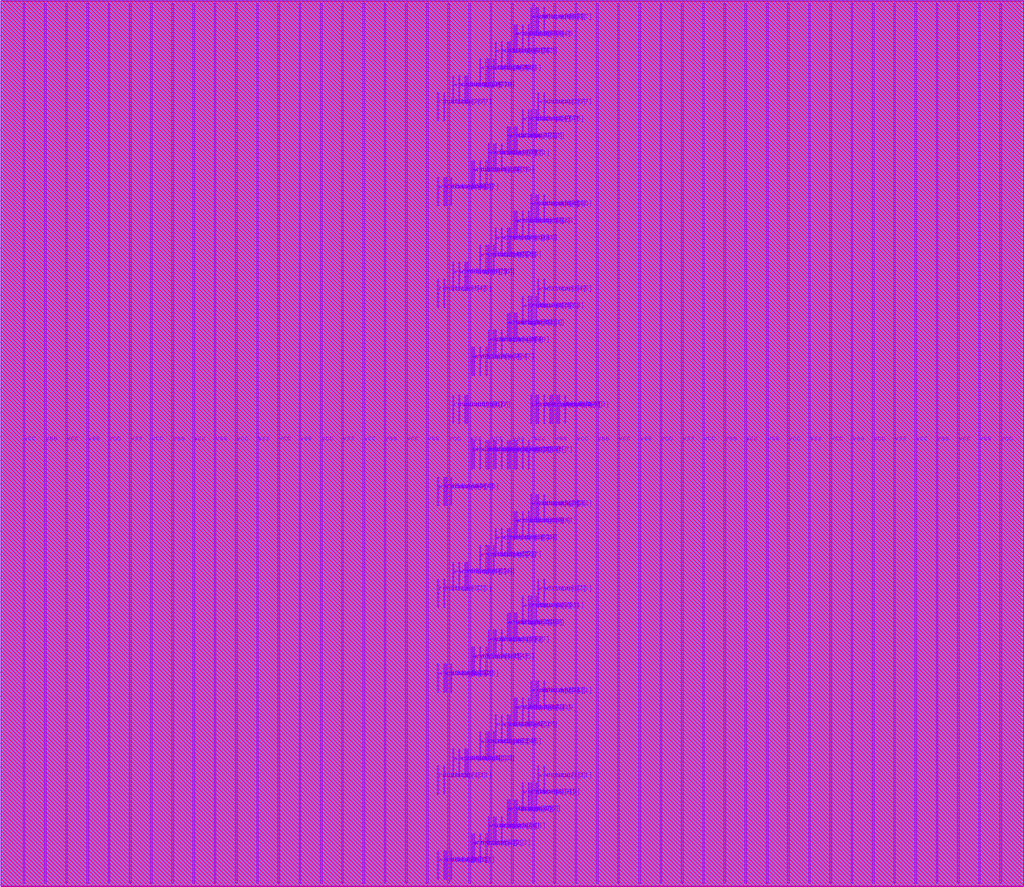
<source format=lef>
VERSION 5.8 ;
BUSBITCHARS "[]" ;
DIVIDERCHAR "/" ;

UNITS
  DATABASE MICRONS 4000 ;
END UNITS

MANUFACTURINGGRID 0.0005 ;

MACRO arf086b256e1r1w0cbbeheaa4acw
  CLASS BLOCK ;
  ORIGIN 0 0 ;
  FOREIGN arf086b256e1r1w0cbbeheaa4acw 0 0 ;
  SIZE 43.2 BY 37.44 ;
  PIN ckrdp0
    DIRECTION INPUT ;
    USE SIGNAL ;
    PORT
      LAYER m7 ;
        RECT 22.372 19.56 22.416 20.76 ;
    END
  END ckrdp0
  PIN ckwrp0
    DIRECTION INPUT ;
    USE SIGNAL ;
    PORT
      LAYER m7 ;
        RECT 19.884 17.64 19.928 18.84 ;
    END
  END ckwrp0
  PIN rdaddrp0[0]
    DIRECTION INPUT ;
    USE SIGNAL ;
    PORT
      LAYER m7 ;
        RECT 23.272 19.56 23.316 20.76 ;
    END
  END rdaddrp0[0]
  PIN rdaddrp0[1]
    DIRECTION INPUT ;
    USE SIGNAL ;
    PORT
      LAYER m7 ;
        RECT 23.484 19.56 23.528 20.76 ;
    END
  END rdaddrp0[1]
  PIN rdaddrp0[2]
    DIRECTION INPUT ;
    USE SIGNAL ;
    PORT
      LAYER m7 ;
        RECT 23.572 19.56 23.616 20.76 ;
    END
  END rdaddrp0[2]
  PIN rdaddrp0[3]
    DIRECTION INPUT ;
    USE SIGNAL ;
    PORT
      LAYER m7 ;
        RECT 23.828 19.56 23.872 20.76 ;
    END
  END rdaddrp0[3]
  PIN rdaddrp0[4]
    DIRECTION INPUT ;
    USE SIGNAL ;
    PORT
      LAYER m7 ;
        RECT 19.072 19.56 19.116 20.76 ;
    END
  END rdaddrp0[4]
  PIN rdaddrp0[5]
    DIRECTION INPUT ;
    USE SIGNAL ;
    PORT
      LAYER m7 ;
        RECT 19.328 19.56 19.372 20.76 ;
    END
  END rdaddrp0[5]
  PIN rdaddrp0[6]
    DIRECTION INPUT ;
    USE SIGNAL ;
    PORT
      LAYER m7 ;
        RECT 19.584 19.56 19.628 20.76 ;
    END
  END rdaddrp0[6]
  PIN rdaddrp0[7]
    DIRECTION INPUT ;
    USE SIGNAL ;
    PORT
      LAYER m7 ;
        RECT 19.672 19.56 19.716 20.76 ;
    END
  END rdaddrp0[7]
  PIN rdaddrp0_fd
    DIRECTION INPUT ;
    USE SIGNAL ;
    PORT
      LAYER m7 ;
        RECT 22.584 19.56 22.628 20.76 ;
    END
  END rdaddrp0_fd
  PIN rdaddrp0_rd
    DIRECTION INPUT ;
    USE SIGNAL ;
    PORT
      LAYER m7 ;
        RECT 22.672 19.56 22.716 20.76 ;
    END
  END rdaddrp0_rd
  PIN rddatap0[0]
    DIRECTION OUTPUT ;
    USE SIGNAL ;
    PORT
      LAYER m7 ;
        RECT 18.772 0.24 18.816 1.44 ;
    END
  END rddatap0[0]
  PIN rddatap0[10]
    DIRECTION OUTPUT ;
    USE SIGNAL ;
    PORT
      LAYER m7 ;
        RECT 18.428 3.84 18.472 5.04 ;
    END
  END rddatap0[10]
  PIN rddatap0[11]
    DIRECTION OUTPUT ;
    USE SIGNAL ;
    PORT
      LAYER m7 ;
        RECT 18.684 3.84 18.728 5.04 ;
    END
  END rddatap0[11]
  PIN rddatap0[12]
    DIRECTION OUTPUT ;
    USE SIGNAL ;
    PORT
      LAYER m7 ;
        RECT 19.584 4.56 19.628 5.76 ;
    END
  END rddatap0[12]
  PIN rddatap0[13]
    DIRECTION OUTPUT ;
    USE SIGNAL ;
    PORT
      LAYER m7 ;
        RECT 19.672 4.56 19.716 5.76 ;
    END
  END rddatap0[13]
  PIN rddatap0[14]
    DIRECTION OUTPUT ;
    USE SIGNAL ;
    PORT
      LAYER m7 ;
        RECT 20.572 5.28 20.616 6.48 ;
    END
  END rddatap0[14]
  PIN rddatap0[15]
    DIRECTION OUTPUT ;
    USE SIGNAL ;
    PORT
      LAYER m7 ;
        RECT 20.784 5.28 20.828 6.48 ;
    END
  END rddatap0[15]
  PIN rddatap0[16]
    DIRECTION OUTPUT ;
    USE SIGNAL ;
    PORT
      LAYER m7 ;
        RECT 21.384 6 21.428 7.2 ;
    END
  END rddatap0[16]
  PIN rddatap0[17]
    DIRECTION OUTPUT ;
    USE SIGNAL ;
    PORT
      LAYER m7 ;
        RECT 21.472 6 21.516 7.2 ;
    END
  END rddatap0[17]
  PIN rddatap0[18]
    DIRECTION OUTPUT ;
    USE SIGNAL ;
    PORT
      LAYER m7 ;
        RECT 22.028 6.72 22.072 7.92 ;
    END
  END rddatap0[18]
  PIN rddatap0[19]
    DIRECTION OUTPUT ;
    USE SIGNAL ;
    PORT
      LAYER m7 ;
        RECT 22.284 6.72 22.328 7.92 ;
    END
  END rddatap0[19]
  PIN rddatap0[1]
    DIRECTION OUTPUT ;
    USE SIGNAL ;
    PORT
      LAYER m7 ;
        RECT 18.984 0.24 19.028 1.44 ;
    END
  END rddatap0[1]
  PIN rddatap0[20]
    DIRECTION OUTPUT ;
    USE SIGNAL ;
    PORT
      LAYER m7 ;
        RECT 22.672 7.44 22.716 8.64 ;
    END
  END rddatap0[20]
  PIN rddatap0[21]
    DIRECTION OUTPUT ;
    USE SIGNAL ;
    PORT
      LAYER m7 ;
        RECT 22.928 7.44 22.972 8.64 ;
    END
  END rddatap0[21]
  PIN rddatap0[22]
    DIRECTION OUTPUT ;
    USE SIGNAL ;
    PORT
      LAYER m7 ;
        RECT 18.772 8.16 18.816 9.36 ;
    END
  END rddatap0[22]
  PIN rddatap0[23]
    DIRECTION OUTPUT ;
    USE SIGNAL ;
    PORT
      LAYER m7 ;
        RECT 18.984 8.16 19.028 9.36 ;
    END
  END rddatap0[23]
  PIN rddatap0[24]
    DIRECTION OUTPUT ;
    USE SIGNAL ;
    PORT
      LAYER m7 ;
        RECT 20.228 8.88 20.272 10.08 ;
    END
  END rddatap0[24]
  PIN rddatap0[25]
    DIRECTION OUTPUT ;
    USE SIGNAL ;
    PORT
      LAYER m7 ;
        RECT 20.484 8.88 20.528 10.08 ;
    END
  END rddatap0[25]
  PIN rddatap0[26]
    DIRECTION OUTPUT ;
    USE SIGNAL ;
    PORT
      LAYER m7 ;
        RECT 20.872 9.6 20.916 10.8 ;
    END
  END rddatap0[26]
  PIN rddatap0[27]
    DIRECTION OUTPUT ;
    USE SIGNAL ;
    PORT
      LAYER m7 ;
        RECT 21.128 9.6 21.172 10.8 ;
    END
  END rddatap0[27]
  PIN rddatap0[28]
    DIRECTION OUTPUT ;
    USE SIGNAL ;
    PORT
      LAYER m7 ;
        RECT 21.684 10.32 21.728 11.52 ;
    END
  END rddatap0[28]
  PIN rddatap0[29]
    DIRECTION OUTPUT ;
    USE SIGNAL ;
    PORT
      LAYER m7 ;
        RECT 21.772 10.32 21.816 11.52 ;
    END
  END rddatap0[29]
  PIN rddatap0[2]
    DIRECTION OUTPUT ;
    USE SIGNAL ;
    PORT
      LAYER m7 ;
        RECT 20.228 0.96 20.272 2.16 ;
    END
  END rddatap0[2]
  PIN rddatap0[30]
    DIRECTION OUTPUT ;
    USE SIGNAL ;
    PORT
      LAYER m7 ;
        RECT 22.372 11.04 22.416 12.24 ;
    END
  END rddatap0[30]
  PIN rddatap0[31]
    DIRECTION OUTPUT ;
    USE SIGNAL ;
    PORT
      LAYER m7 ;
        RECT 22.584 11.04 22.628 12.24 ;
    END
  END rddatap0[31]
  PIN rddatap0[32]
    DIRECTION OUTPUT ;
    USE SIGNAL ;
    PORT
      LAYER m7 ;
        RECT 18.428 11.76 18.472 12.96 ;
    END
  END rddatap0[32]
  PIN rddatap0[33]
    DIRECTION OUTPUT ;
    USE SIGNAL ;
    PORT
      LAYER m7 ;
        RECT 18.684 11.76 18.728 12.96 ;
    END
  END rddatap0[33]
  PIN rddatap0[34]
    DIRECTION OUTPUT ;
    USE SIGNAL ;
    PORT
      LAYER m7 ;
        RECT 19.584 12.48 19.628 13.68 ;
    END
  END rddatap0[34]
  PIN rddatap0[35]
    DIRECTION OUTPUT ;
    USE SIGNAL ;
    PORT
      LAYER m7 ;
        RECT 19.672 12.48 19.716 13.68 ;
    END
  END rddatap0[35]
  PIN rddatap0[36]
    DIRECTION OUTPUT ;
    USE SIGNAL ;
    PORT
      LAYER m7 ;
        RECT 20.572 13.2 20.616 14.4 ;
    END
  END rddatap0[36]
  PIN rddatap0[37]
    DIRECTION OUTPUT ;
    USE SIGNAL ;
    PORT
      LAYER m7 ;
        RECT 20.784 13.2 20.828 14.4 ;
    END
  END rddatap0[37]
  PIN rddatap0[38]
    DIRECTION OUTPUT ;
    USE SIGNAL ;
    PORT
      LAYER m7 ;
        RECT 21.384 13.92 21.428 15.12 ;
    END
  END rddatap0[38]
  PIN rddatap0[39]
    DIRECTION OUTPUT ;
    USE SIGNAL ;
    PORT
      LAYER m7 ;
        RECT 21.472 13.92 21.516 15.12 ;
    END
  END rddatap0[39]
  PIN rddatap0[3]
    DIRECTION OUTPUT ;
    USE SIGNAL ;
    PORT
      LAYER m7 ;
        RECT 20.484 0.96 20.528 2.16 ;
    END
  END rddatap0[3]
  PIN rddatap0[40]
    DIRECTION OUTPUT ;
    USE SIGNAL ;
    PORT
      LAYER m7 ;
        RECT 22.028 14.64 22.072 15.84 ;
    END
  END rddatap0[40]
  PIN rddatap0[41]
    DIRECTION OUTPUT ;
    USE SIGNAL ;
    PORT
      LAYER m7 ;
        RECT 22.284 14.64 22.328 15.84 ;
    END
  END rddatap0[41]
  PIN rddatap0[42]
    DIRECTION OUTPUT ;
    USE SIGNAL ;
    PORT
      LAYER m7 ;
        RECT 22.672 15.36 22.716 16.56 ;
    END
  END rddatap0[42]
  PIN rddatap0[43]
    DIRECTION OUTPUT ;
    USE SIGNAL ;
    PORT
      LAYER m7 ;
        RECT 22.928 15.36 22.972 16.56 ;
    END
  END rddatap0[43]
  PIN rddatap0[44]
    DIRECTION OUTPUT ;
    USE SIGNAL ;
    PORT
      LAYER m7 ;
        RECT 18.772 16.08 18.816 17.28 ;
    END
  END rddatap0[44]
  PIN rddatap0[45]
    DIRECTION OUTPUT ;
    USE SIGNAL ;
    PORT
      LAYER m7 ;
        RECT 18.984 16.08 19.028 17.28 ;
    END
  END rddatap0[45]
  PIN rddatap0[46]
    DIRECTION OUTPUT ;
    USE SIGNAL ;
    PORT
      LAYER m7 ;
        RECT 20.228 21.6 20.272 22.8 ;
    END
  END rddatap0[46]
  PIN rddatap0[47]
    DIRECTION OUTPUT ;
    USE SIGNAL ;
    PORT
      LAYER m7 ;
        RECT 20.484 21.6 20.528 22.8 ;
    END
  END rddatap0[47]
  PIN rddatap0[48]
    DIRECTION OUTPUT ;
    USE SIGNAL ;
    PORT
      LAYER m7 ;
        RECT 20.872 22.32 20.916 23.52 ;
    END
  END rddatap0[48]
  PIN rddatap0[49]
    DIRECTION OUTPUT ;
    USE SIGNAL ;
    PORT
      LAYER m7 ;
        RECT 21.128 22.32 21.172 23.52 ;
    END
  END rddatap0[49]
  PIN rddatap0[4]
    DIRECTION OUTPUT ;
    USE SIGNAL ;
    PORT
      LAYER m7 ;
        RECT 20.872 1.68 20.916 2.88 ;
    END
  END rddatap0[4]
  PIN rddatap0[50]
    DIRECTION OUTPUT ;
    USE SIGNAL ;
    PORT
      LAYER m7 ;
        RECT 21.684 23.04 21.728 24.24 ;
    END
  END rddatap0[50]
  PIN rddatap0[51]
    DIRECTION OUTPUT ;
    USE SIGNAL ;
    PORT
      LAYER m7 ;
        RECT 21.772 23.04 21.816 24.24 ;
    END
  END rddatap0[51]
  PIN rddatap0[52]
    DIRECTION OUTPUT ;
    USE SIGNAL ;
    PORT
      LAYER m7 ;
        RECT 22.372 23.76 22.416 24.96 ;
    END
  END rddatap0[52]
  PIN rddatap0[53]
    DIRECTION OUTPUT ;
    USE SIGNAL ;
    PORT
      LAYER m7 ;
        RECT 22.584 23.76 22.628 24.96 ;
    END
  END rddatap0[53]
  PIN rddatap0[54]
    DIRECTION OUTPUT ;
    USE SIGNAL ;
    PORT
      LAYER m7 ;
        RECT 18.428 24.48 18.472 25.68 ;
    END
  END rddatap0[54]
  PIN rddatap0[55]
    DIRECTION OUTPUT ;
    USE SIGNAL ;
    PORT
      LAYER m7 ;
        RECT 18.684 24.48 18.728 25.68 ;
    END
  END rddatap0[55]
  PIN rddatap0[56]
    DIRECTION OUTPUT ;
    USE SIGNAL ;
    PORT
      LAYER m7 ;
        RECT 19.584 25.2 19.628 26.4 ;
    END
  END rddatap0[56]
  PIN rddatap0[57]
    DIRECTION OUTPUT ;
    USE SIGNAL ;
    PORT
      LAYER m7 ;
        RECT 19.672 25.2 19.716 26.4 ;
    END
  END rddatap0[57]
  PIN rddatap0[58]
    DIRECTION OUTPUT ;
    USE SIGNAL ;
    PORT
      LAYER m7 ;
        RECT 20.572 25.92 20.616 27.12 ;
    END
  END rddatap0[58]
  PIN rddatap0[59]
    DIRECTION OUTPUT ;
    USE SIGNAL ;
    PORT
      LAYER m7 ;
        RECT 20.784 25.92 20.828 27.12 ;
    END
  END rddatap0[59]
  PIN rddatap0[5]
    DIRECTION OUTPUT ;
    USE SIGNAL ;
    PORT
      LAYER m7 ;
        RECT 21.128 1.68 21.172 2.88 ;
    END
  END rddatap0[5]
  PIN rddatap0[60]
    DIRECTION OUTPUT ;
    USE SIGNAL ;
    PORT
      LAYER m7 ;
        RECT 21.384 26.64 21.428 27.84 ;
    END
  END rddatap0[60]
  PIN rddatap0[61]
    DIRECTION OUTPUT ;
    USE SIGNAL ;
    PORT
      LAYER m7 ;
        RECT 21.472 26.64 21.516 27.84 ;
    END
  END rddatap0[61]
  PIN rddatap0[62]
    DIRECTION OUTPUT ;
    USE SIGNAL ;
    PORT
      LAYER m7 ;
        RECT 22.028 27.36 22.072 28.56 ;
    END
  END rddatap0[62]
  PIN rddatap0[63]
    DIRECTION OUTPUT ;
    USE SIGNAL ;
    PORT
      LAYER m7 ;
        RECT 22.284 27.36 22.328 28.56 ;
    END
  END rddatap0[63]
  PIN rddatap0[64]
    DIRECTION OUTPUT ;
    USE SIGNAL ;
    PORT
      LAYER m7 ;
        RECT 22.672 28.08 22.716 29.28 ;
    END
  END rddatap0[64]
  PIN rddatap0[65]
    DIRECTION OUTPUT ;
    USE SIGNAL ;
    PORT
      LAYER m7 ;
        RECT 22.928 28.08 22.972 29.28 ;
    END
  END rddatap0[65]
  PIN rddatap0[66]
    DIRECTION OUTPUT ;
    USE SIGNAL ;
    PORT
      LAYER m7 ;
        RECT 18.772 28.8 18.816 30 ;
    END
  END rddatap0[66]
  PIN rddatap0[67]
    DIRECTION OUTPUT ;
    USE SIGNAL ;
    PORT
      LAYER m7 ;
        RECT 18.984 28.8 19.028 30 ;
    END
  END rddatap0[67]
  PIN rddatap0[68]
    DIRECTION OUTPUT ;
    USE SIGNAL ;
    PORT
      LAYER m7 ;
        RECT 20.228 29.52 20.272 30.72 ;
    END
  END rddatap0[68]
  PIN rddatap0[69]
    DIRECTION OUTPUT ;
    USE SIGNAL ;
    PORT
      LAYER m7 ;
        RECT 20.484 29.52 20.528 30.72 ;
    END
  END rddatap0[69]
  PIN rddatap0[6]
    DIRECTION OUTPUT ;
    USE SIGNAL ;
    PORT
      LAYER m7 ;
        RECT 21.684 2.4 21.728 3.6 ;
    END
  END rddatap0[6]
  PIN rddatap0[70]
    DIRECTION OUTPUT ;
    USE SIGNAL ;
    PORT
      LAYER m7 ;
        RECT 20.872 30.24 20.916 31.44 ;
    END
  END rddatap0[70]
  PIN rddatap0[71]
    DIRECTION OUTPUT ;
    USE SIGNAL ;
    PORT
      LAYER m7 ;
        RECT 21.128 30.24 21.172 31.44 ;
    END
  END rddatap0[71]
  PIN rddatap0[72]
    DIRECTION OUTPUT ;
    USE SIGNAL ;
    PORT
      LAYER m7 ;
        RECT 21.684 30.96 21.728 32.16 ;
    END
  END rddatap0[72]
  PIN rddatap0[73]
    DIRECTION OUTPUT ;
    USE SIGNAL ;
    PORT
      LAYER m7 ;
        RECT 21.772 30.96 21.816 32.16 ;
    END
  END rddatap0[73]
  PIN rddatap0[74]
    DIRECTION OUTPUT ;
    USE SIGNAL ;
    PORT
      LAYER m7 ;
        RECT 22.372 31.68 22.416 32.88 ;
    END
  END rddatap0[74]
  PIN rddatap0[75]
    DIRECTION OUTPUT ;
    USE SIGNAL ;
    PORT
      LAYER m7 ;
        RECT 22.584 31.68 22.628 32.88 ;
    END
  END rddatap0[75]
  PIN rddatap0[76]
    DIRECTION OUTPUT ;
    USE SIGNAL ;
    PORT
      LAYER m7 ;
        RECT 18.428 32.4 18.472 33.6 ;
    END
  END rddatap0[76]
  PIN rddatap0[77]
    DIRECTION OUTPUT ;
    USE SIGNAL ;
    PORT
      LAYER m7 ;
        RECT 18.684 32.4 18.728 33.6 ;
    END
  END rddatap0[77]
  PIN rddatap0[78]
    DIRECTION OUTPUT ;
    USE SIGNAL ;
    PORT
      LAYER m7 ;
        RECT 19.584 33.12 19.628 34.32 ;
    END
  END rddatap0[78]
  PIN rddatap0[79]
    DIRECTION OUTPUT ;
    USE SIGNAL ;
    PORT
      LAYER m7 ;
        RECT 19.672 33.12 19.716 34.32 ;
    END
  END rddatap0[79]
  PIN rddatap0[7]
    DIRECTION OUTPUT ;
    USE SIGNAL ;
    PORT
      LAYER m7 ;
        RECT 21.772 2.4 21.816 3.6 ;
    END
  END rddatap0[7]
  PIN rddatap0[80]
    DIRECTION OUTPUT ;
    USE SIGNAL ;
    PORT
      LAYER m7 ;
        RECT 20.572 33.84 20.616 35.04 ;
    END
  END rddatap0[80]
  PIN rddatap0[81]
    DIRECTION OUTPUT ;
    USE SIGNAL ;
    PORT
      LAYER m7 ;
        RECT 20.784 33.84 20.828 35.04 ;
    END
  END rddatap0[81]
  PIN rddatap0[82]
    DIRECTION OUTPUT ;
    USE SIGNAL ;
    PORT
      LAYER m7 ;
        RECT 21.384 34.56 21.428 35.76 ;
    END
  END rddatap0[82]
  PIN rddatap0[83]
    DIRECTION OUTPUT ;
    USE SIGNAL ;
    PORT
      LAYER m7 ;
        RECT 21.472 34.56 21.516 35.76 ;
    END
  END rddatap0[83]
  PIN rddatap0[84]
    DIRECTION OUTPUT ;
    USE SIGNAL ;
    PORT
      LAYER m7 ;
        RECT 22.028 35.28 22.072 36.48 ;
    END
  END rddatap0[84]
  PIN rddatap0[85]
    DIRECTION OUTPUT ;
    USE SIGNAL ;
    PORT
      LAYER m7 ;
        RECT 22.284 35.28 22.328 36.48 ;
    END
  END rddatap0[85]
  PIN rddatap0[86]
    DIRECTION OUTPUT ;
    USE SIGNAL ;
    PORT
      LAYER m7 ;
        RECT 22.672 36 22.716 37.2 ;
    END
  END rddatap0[86]
  PIN rddatap0[87]
    DIRECTION OUTPUT ;
    USE SIGNAL ;
    PORT
      LAYER m7 ;
        RECT 22.928 36 22.972 37.2 ;
    END
  END rddatap0[87]
  PIN rddatap0[8]
    DIRECTION OUTPUT ;
    USE SIGNAL ;
    PORT
      LAYER m7 ;
        RECT 22.372 3.12 22.416 4.32 ;
    END
  END rddatap0[8]
  PIN rddatap0[9]
    DIRECTION OUTPUT ;
    USE SIGNAL ;
    PORT
      LAYER m7 ;
        RECT 22.584 3.12 22.628 4.32 ;
    END
  END rddatap0[9]
  PIN rdenp0
    DIRECTION INPUT ;
    USE SIGNAL ;
    PORT
      LAYER m7 ;
        RECT 22.928 19.56 22.972 20.76 ;
    END
  END rdenp0
  PIN sdl_initp0
    DIRECTION INPUT ;
    USE SIGNAL ;
    PORT
      LAYER m7 ;
        RECT 23.184 19.56 23.228 20.76 ;
    END
  END sdl_initp0
  PIN vcc
    DIRECTION INPUT ;
    USE POWER ;
    PORT
      LAYER m7 ;
        RECT 42.262 0.06 42.338 37.38 ;
    END
    PORT
      LAYER m7 ;
        RECT 40.462 0.06 40.538 37.38 ;
    END
    PORT
      LAYER m7 ;
        RECT 38.662 0.06 38.738 37.38 ;
    END
    PORT
      LAYER m7 ;
        RECT 36.862 0.06 36.938 37.38 ;
    END
    PORT
      LAYER m7 ;
        RECT 35.062 0.06 35.138 37.38 ;
    END
    PORT
      LAYER m7 ;
        RECT 33.262 0.06 33.338 37.38 ;
    END
    PORT
      LAYER m7 ;
        RECT 31.462 0.06 31.538 37.38 ;
    END
    PORT
      LAYER m7 ;
        RECT 29.662 0.06 29.738 37.38 ;
    END
    PORT
      LAYER m7 ;
        RECT 27.862 0.06 27.938 37.38 ;
    END
    PORT
      LAYER m7 ;
        RECT 26.062 0.06 26.138 37.38 ;
    END
    PORT
      LAYER m7 ;
        RECT 24.262 0.06 24.338 37.38 ;
    END
    PORT
      LAYER m7 ;
        RECT 22.462 0.06 22.538 37.38 ;
    END
    PORT
      LAYER m7 ;
        RECT 20.662 0.06 20.738 37.38 ;
    END
    PORT
      LAYER m7 ;
        RECT 18.862 0.06 18.938 37.38 ;
    END
    PORT
      LAYER m7 ;
        RECT 17.062 0.06 17.138 37.38 ;
    END
    PORT
      LAYER m7 ;
        RECT 15.262 0.06 15.338 37.38 ;
    END
    PORT
      LAYER m7 ;
        RECT 13.462 0.06 13.538 37.38 ;
    END
    PORT
      LAYER m7 ;
        RECT 11.662 0.06 11.738 37.38 ;
    END
    PORT
      LAYER m7 ;
        RECT 9.862 0.06 9.938 37.38 ;
    END
    PORT
      LAYER m7 ;
        RECT 8.062 0.06 8.138 37.38 ;
    END
    PORT
      LAYER m7 ;
        RECT 6.262 0.06 6.338 37.38 ;
    END
    PORT
      LAYER m7 ;
        RECT 4.462 0.06 4.538 37.38 ;
    END
    PORT
      LAYER m7 ;
        RECT 2.662 0.06 2.738 37.38 ;
    END
    PORT
      LAYER m7 ;
        RECT 0.862 0.06 0.938 37.38 ;
    END
  END vcc
  PIN vss
    DIRECTION INOUT ;
    USE GROUND ;
    PORT
      LAYER m7 ;
        RECT 41.362 0.06 41.438 37.38 ;
    END
    PORT
      LAYER m7 ;
        RECT 39.562 0.06 39.638 37.38 ;
    END
    PORT
      LAYER m7 ;
        RECT 37.762 0.06 37.838 37.38 ;
    END
    PORT
      LAYER m7 ;
        RECT 35.962 0.06 36.038 37.38 ;
    END
    PORT
      LAYER m7 ;
        RECT 34.162 0.06 34.238 37.38 ;
    END
    PORT
      LAYER m7 ;
        RECT 32.362 0.06 32.438 37.38 ;
    END
    PORT
      LAYER m7 ;
        RECT 30.562 0.06 30.638 37.38 ;
    END
    PORT
      LAYER m7 ;
        RECT 28.762 0.06 28.838 37.38 ;
    END
    PORT
      LAYER m7 ;
        RECT 26.962 0.06 27.038 37.38 ;
    END
    PORT
      LAYER m7 ;
        RECT 25.162 0.06 25.238 37.38 ;
    END
    PORT
      LAYER m7 ;
        RECT 23.362 0.06 23.438 37.38 ;
    END
    PORT
      LAYER m7 ;
        RECT 21.562 0.06 21.638 37.38 ;
    END
    PORT
      LAYER m7 ;
        RECT 19.762 0.06 19.838 37.38 ;
    END
    PORT
      LAYER m7 ;
        RECT 17.962 0.06 18.038 37.38 ;
    END
    PORT
      LAYER m7 ;
        RECT 16.162 0.06 16.238 37.38 ;
    END
    PORT
      LAYER m7 ;
        RECT 14.362 0.06 14.438 37.38 ;
    END
    PORT
      LAYER m7 ;
        RECT 12.562 0.06 12.638 37.38 ;
    END
    PORT
      LAYER m7 ;
        RECT 10.762 0.06 10.838 37.38 ;
    END
    PORT
      LAYER m7 ;
        RECT 8.962 0.06 9.038 37.38 ;
    END
    PORT
      LAYER m7 ;
        RECT 7.162 0.06 7.238 37.38 ;
    END
    PORT
      LAYER m7 ;
        RECT 5.362 0.06 5.438 37.38 ;
    END
    PORT
      LAYER m7 ;
        RECT 3.562 0.06 3.638 37.38 ;
    END
    PORT
      LAYER m7 ;
        RECT 1.762 0.06 1.838 37.38 ;
    END
  END vss
  PIN wraddrp0[0]
    DIRECTION INPUT ;
    USE SIGNAL ;
    PORT
      LAYER m7 ;
        RECT 20.872 17.64 20.916 18.84 ;
    END
  END wraddrp0[0]
  PIN wraddrp0[1]
    DIRECTION INPUT ;
    USE SIGNAL ;
    PORT
      LAYER m7 ;
        RECT 21.128 17.64 21.172 18.84 ;
    END
  END wraddrp0[1]
  PIN wraddrp0[2]
    DIRECTION INPUT ;
    USE SIGNAL ;
    PORT
      LAYER m7 ;
        RECT 21.384 17.64 21.428 18.84 ;
    END
  END wraddrp0[2]
  PIN wraddrp0[3]
    DIRECTION INPUT ;
    USE SIGNAL ;
    PORT
      LAYER m7 ;
        RECT 21.472 17.64 21.516 18.84 ;
    END
  END wraddrp0[3]
  PIN wraddrp0[4]
    DIRECTION INPUT ;
    USE SIGNAL ;
    PORT
      LAYER m7 ;
        RECT 21.684 17.64 21.728 18.84 ;
    END
  END wraddrp0[4]
  PIN wraddrp0[5]
    DIRECTION INPUT ;
    USE SIGNAL ;
    PORT
      LAYER m7 ;
        RECT 21.772 17.64 21.816 18.84 ;
    END
  END wraddrp0[5]
  PIN wraddrp0[6]
    DIRECTION INPUT ;
    USE SIGNAL ;
    PORT
      LAYER m7 ;
        RECT 22.028 17.64 22.072 18.84 ;
    END
  END wraddrp0[6]
  PIN wraddrp0[7]
    DIRECTION INPUT ;
    USE SIGNAL ;
    PORT
      LAYER m7 ;
        RECT 22.284 17.64 22.328 18.84 ;
    END
  END wraddrp0[7]
  PIN wraddrp0_fd
    DIRECTION INPUT ;
    USE SIGNAL ;
    PORT
      LAYER m7 ;
        RECT 19.972 17.64 20.016 18.84 ;
    END
  END wraddrp0_fd
  PIN wraddrp0_rd
    DIRECTION INPUT ;
    USE SIGNAL ;
    PORT
      LAYER m7 ;
        RECT 20.228 17.64 20.272 18.84 ;
    END
  END wraddrp0_rd
  PIN wrdatap0[0]
    DIRECTION INPUT ;
    USE SIGNAL ;
    PORT
      LAYER m7 ;
        RECT 18.428 0.24 18.472 1.44 ;
    END
  END wrdatap0[0]
  PIN wrdatap0[10]
    DIRECTION INPUT ;
    USE SIGNAL ;
    PORT
      LAYER m7 ;
        RECT 22.672 3.84 22.716 5.04 ;
    END
  END wrdatap0[10]
  PIN wrdatap0[11]
    DIRECTION INPUT ;
    USE SIGNAL ;
    PORT
      LAYER m7 ;
        RECT 22.928 3.84 22.972 5.04 ;
    END
  END wrdatap0[11]
  PIN wrdatap0[12]
    DIRECTION INPUT ;
    USE SIGNAL ;
    PORT
      LAYER m7 ;
        RECT 19.072 4.56 19.116 5.76 ;
    END
  END wrdatap0[12]
  PIN wrdatap0[13]
    DIRECTION INPUT ;
    USE SIGNAL ;
    PORT
      LAYER m7 ;
        RECT 19.328 4.56 19.372 5.76 ;
    END
  END wrdatap0[13]
  PIN wrdatap0[14]
    DIRECTION INPUT ;
    USE SIGNAL ;
    PORT
      LAYER m7 ;
        RECT 20.228 5.28 20.272 6.48 ;
    END
  END wrdatap0[14]
  PIN wrdatap0[15]
    DIRECTION INPUT ;
    USE SIGNAL ;
    PORT
      LAYER m7 ;
        RECT 20.484 5.28 20.528 6.48 ;
    END
  END wrdatap0[15]
  PIN wrdatap0[16]
    DIRECTION INPUT ;
    USE SIGNAL ;
    PORT
      LAYER m7 ;
        RECT 20.872 6 20.916 7.2 ;
    END
  END wrdatap0[16]
  PIN wrdatap0[17]
    DIRECTION INPUT ;
    USE SIGNAL ;
    PORT
      LAYER m7 ;
        RECT 21.128 6 21.172 7.2 ;
    END
  END wrdatap0[17]
  PIN wrdatap0[18]
    DIRECTION INPUT ;
    USE SIGNAL ;
    PORT
      LAYER m7 ;
        RECT 21.684 6.72 21.728 7.92 ;
    END
  END wrdatap0[18]
  PIN wrdatap0[19]
    DIRECTION INPUT ;
    USE SIGNAL ;
    PORT
      LAYER m7 ;
        RECT 21.772 6.72 21.816 7.92 ;
    END
  END wrdatap0[19]
  PIN wrdatap0[1]
    DIRECTION INPUT ;
    USE SIGNAL ;
    PORT
      LAYER m7 ;
        RECT 18.684 0.24 18.728 1.44 ;
    END
  END wrdatap0[1]
  PIN wrdatap0[20]
    DIRECTION INPUT ;
    USE SIGNAL ;
    PORT
      LAYER m7 ;
        RECT 22.372 7.44 22.416 8.64 ;
    END
  END wrdatap0[20]
  PIN wrdatap0[21]
    DIRECTION INPUT ;
    USE SIGNAL ;
    PORT
      LAYER m7 ;
        RECT 22.584 7.44 22.628 8.64 ;
    END
  END wrdatap0[21]
  PIN wrdatap0[22]
    DIRECTION INPUT ;
    USE SIGNAL ;
    PORT
      LAYER m7 ;
        RECT 18.428 8.16 18.472 9.36 ;
    END
  END wrdatap0[22]
  PIN wrdatap0[23]
    DIRECTION INPUT ;
    USE SIGNAL ;
    PORT
      LAYER m7 ;
        RECT 18.684 8.16 18.728 9.36 ;
    END
  END wrdatap0[23]
  PIN wrdatap0[24]
    DIRECTION INPUT ;
    USE SIGNAL ;
    PORT
      LAYER m7 ;
        RECT 19.884 8.88 19.928 10.08 ;
    END
  END wrdatap0[24]
  PIN wrdatap0[25]
    DIRECTION INPUT ;
    USE SIGNAL ;
    PORT
      LAYER m7 ;
        RECT 19.972 8.88 20.016 10.08 ;
    END
  END wrdatap0[25]
  PIN wrdatap0[26]
    DIRECTION INPUT ;
    USE SIGNAL ;
    PORT
      LAYER m7 ;
        RECT 20.572 9.6 20.616 10.8 ;
    END
  END wrdatap0[26]
  PIN wrdatap0[27]
    DIRECTION INPUT ;
    USE SIGNAL ;
    PORT
      LAYER m7 ;
        RECT 20.784 9.6 20.828 10.8 ;
    END
  END wrdatap0[27]
  PIN wrdatap0[28]
    DIRECTION INPUT ;
    USE SIGNAL ;
    PORT
      LAYER m7 ;
        RECT 21.384 10.32 21.428 11.52 ;
    END
  END wrdatap0[28]
  PIN wrdatap0[29]
    DIRECTION INPUT ;
    USE SIGNAL ;
    PORT
      LAYER m7 ;
        RECT 21.472 10.32 21.516 11.52 ;
    END
  END wrdatap0[29]
  PIN wrdatap0[2]
    DIRECTION INPUT ;
    USE SIGNAL ;
    PORT
      LAYER m7 ;
        RECT 19.884 0.96 19.928 2.16 ;
    END
  END wrdatap0[2]
  PIN wrdatap0[30]
    DIRECTION INPUT ;
    USE SIGNAL ;
    PORT
      LAYER m7 ;
        RECT 22.028 11.04 22.072 12.24 ;
    END
  END wrdatap0[30]
  PIN wrdatap0[31]
    DIRECTION INPUT ;
    USE SIGNAL ;
    PORT
      LAYER m7 ;
        RECT 22.284 11.04 22.328 12.24 ;
    END
  END wrdatap0[31]
  PIN wrdatap0[32]
    DIRECTION INPUT ;
    USE SIGNAL ;
    PORT
      LAYER m7 ;
        RECT 22.672 11.76 22.716 12.96 ;
    END
  END wrdatap0[32]
  PIN wrdatap0[33]
    DIRECTION INPUT ;
    USE SIGNAL ;
    PORT
      LAYER m7 ;
        RECT 22.928 11.76 22.972 12.96 ;
    END
  END wrdatap0[33]
  PIN wrdatap0[34]
    DIRECTION INPUT ;
    USE SIGNAL ;
    PORT
      LAYER m7 ;
        RECT 19.072 12.48 19.116 13.68 ;
    END
  END wrdatap0[34]
  PIN wrdatap0[35]
    DIRECTION INPUT ;
    USE SIGNAL ;
    PORT
      LAYER m7 ;
        RECT 19.328 12.48 19.372 13.68 ;
    END
  END wrdatap0[35]
  PIN wrdatap0[36]
    DIRECTION INPUT ;
    USE SIGNAL ;
    PORT
      LAYER m7 ;
        RECT 20.228 13.2 20.272 14.4 ;
    END
  END wrdatap0[36]
  PIN wrdatap0[37]
    DIRECTION INPUT ;
    USE SIGNAL ;
    PORT
      LAYER m7 ;
        RECT 20.484 13.2 20.528 14.4 ;
    END
  END wrdatap0[37]
  PIN wrdatap0[38]
    DIRECTION INPUT ;
    USE SIGNAL ;
    PORT
      LAYER m7 ;
        RECT 20.872 13.92 20.916 15.12 ;
    END
  END wrdatap0[38]
  PIN wrdatap0[39]
    DIRECTION INPUT ;
    USE SIGNAL ;
    PORT
      LAYER m7 ;
        RECT 21.128 13.92 21.172 15.12 ;
    END
  END wrdatap0[39]
  PIN wrdatap0[3]
    DIRECTION INPUT ;
    USE SIGNAL ;
    PORT
      LAYER m7 ;
        RECT 19.972 0.96 20.016 2.16 ;
    END
  END wrdatap0[3]
  PIN wrdatap0[40]
    DIRECTION INPUT ;
    USE SIGNAL ;
    PORT
      LAYER m7 ;
        RECT 21.684 14.64 21.728 15.84 ;
    END
  END wrdatap0[40]
  PIN wrdatap0[41]
    DIRECTION INPUT ;
    USE SIGNAL ;
    PORT
      LAYER m7 ;
        RECT 21.772 14.64 21.816 15.84 ;
    END
  END wrdatap0[41]
  PIN wrdatap0[42]
    DIRECTION INPUT ;
    USE SIGNAL ;
    PORT
      LAYER m7 ;
        RECT 22.372 15.36 22.416 16.56 ;
    END
  END wrdatap0[42]
  PIN wrdatap0[43]
    DIRECTION INPUT ;
    USE SIGNAL ;
    PORT
      LAYER m7 ;
        RECT 22.584 15.36 22.628 16.56 ;
    END
  END wrdatap0[43]
  PIN wrdatap0[44]
    DIRECTION INPUT ;
    USE SIGNAL ;
    PORT
      LAYER m7 ;
        RECT 18.428 16.08 18.472 17.28 ;
    END
  END wrdatap0[44]
  PIN wrdatap0[45]
    DIRECTION INPUT ;
    USE SIGNAL ;
    PORT
      LAYER m7 ;
        RECT 18.684 16.08 18.728 17.28 ;
    END
  END wrdatap0[45]
  PIN wrdatap0[46]
    DIRECTION INPUT ;
    USE SIGNAL ;
    PORT
      LAYER m7 ;
        RECT 19.884 21.6 19.928 22.8 ;
    END
  END wrdatap0[46]
  PIN wrdatap0[47]
    DIRECTION INPUT ;
    USE SIGNAL ;
    PORT
      LAYER m7 ;
        RECT 19.972 21.6 20.016 22.8 ;
    END
  END wrdatap0[47]
  PIN wrdatap0[48]
    DIRECTION INPUT ;
    USE SIGNAL ;
    PORT
      LAYER m7 ;
        RECT 20.572 22.32 20.616 23.52 ;
    END
  END wrdatap0[48]
  PIN wrdatap0[49]
    DIRECTION INPUT ;
    USE SIGNAL ;
    PORT
      LAYER m7 ;
        RECT 20.784 22.32 20.828 23.52 ;
    END
  END wrdatap0[49]
  PIN wrdatap0[4]
    DIRECTION INPUT ;
    USE SIGNAL ;
    PORT
      LAYER m7 ;
        RECT 20.572 1.68 20.616 2.88 ;
    END
  END wrdatap0[4]
  PIN wrdatap0[50]
    DIRECTION INPUT ;
    USE SIGNAL ;
    PORT
      LAYER m7 ;
        RECT 21.384 23.04 21.428 24.24 ;
    END
  END wrdatap0[50]
  PIN wrdatap0[51]
    DIRECTION INPUT ;
    USE SIGNAL ;
    PORT
      LAYER m7 ;
        RECT 21.472 23.04 21.516 24.24 ;
    END
  END wrdatap0[51]
  PIN wrdatap0[52]
    DIRECTION INPUT ;
    USE SIGNAL ;
    PORT
      LAYER m7 ;
        RECT 22.028 23.76 22.072 24.96 ;
    END
  END wrdatap0[52]
  PIN wrdatap0[53]
    DIRECTION INPUT ;
    USE SIGNAL ;
    PORT
      LAYER m7 ;
        RECT 22.284 23.76 22.328 24.96 ;
    END
  END wrdatap0[53]
  PIN wrdatap0[54]
    DIRECTION INPUT ;
    USE SIGNAL ;
    PORT
      LAYER m7 ;
        RECT 22.672 24.48 22.716 25.68 ;
    END
  END wrdatap0[54]
  PIN wrdatap0[55]
    DIRECTION INPUT ;
    USE SIGNAL ;
    PORT
      LAYER m7 ;
        RECT 22.928 24.48 22.972 25.68 ;
    END
  END wrdatap0[55]
  PIN wrdatap0[56]
    DIRECTION INPUT ;
    USE SIGNAL ;
    PORT
      LAYER m7 ;
        RECT 19.072 25.2 19.116 26.4 ;
    END
  END wrdatap0[56]
  PIN wrdatap0[57]
    DIRECTION INPUT ;
    USE SIGNAL ;
    PORT
      LAYER m7 ;
        RECT 19.328 25.2 19.372 26.4 ;
    END
  END wrdatap0[57]
  PIN wrdatap0[58]
    DIRECTION INPUT ;
    USE SIGNAL ;
    PORT
      LAYER m7 ;
        RECT 20.228 25.92 20.272 27.12 ;
    END
  END wrdatap0[58]
  PIN wrdatap0[59]
    DIRECTION INPUT ;
    USE SIGNAL ;
    PORT
      LAYER m7 ;
        RECT 20.484 25.92 20.528 27.12 ;
    END
  END wrdatap0[59]
  PIN wrdatap0[5]
    DIRECTION INPUT ;
    USE SIGNAL ;
    PORT
      LAYER m7 ;
        RECT 20.784 1.68 20.828 2.88 ;
    END
  END wrdatap0[5]
  PIN wrdatap0[60]
    DIRECTION INPUT ;
    USE SIGNAL ;
    PORT
      LAYER m7 ;
        RECT 20.872 26.64 20.916 27.84 ;
    END
  END wrdatap0[60]
  PIN wrdatap0[61]
    DIRECTION INPUT ;
    USE SIGNAL ;
    PORT
      LAYER m7 ;
        RECT 21.128 26.64 21.172 27.84 ;
    END
  END wrdatap0[61]
  PIN wrdatap0[62]
    DIRECTION INPUT ;
    USE SIGNAL ;
    PORT
      LAYER m7 ;
        RECT 21.684 27.36 21.728 28.56 ;
    END
  END wrdatap0[62]
  PIN wrdatap0[63]
    DIRECTION INPUT ;
    USE SIGNAL ;
    PORT
      LAYER m7 ;
        RECT 21.772 27.36 21.816 28.56 ;
    END
  END wrdatap0[63]
  PIN wrdatap0[64]
    DIRECTION INPUT ;
    USE SIGNAL ;
    PORT
      LAYER m7 ;
        RECT 22.372 28.08 22.416 29.28 ;
    END
  END wrdatap0[64]
  PIN wrdatap0[65]
    DIRECTION INPUT ;
    USE SIGNAL ;
    PORT
      LAYER m7 ;
        RECT 22.584 28.08 22.628 29.28 ;
    END
  END wrdatap0[65]
  PIN wrdatap0[66]
    DIRECTION INPUT ;
    USE SIGNAL ;
    PORT
      LAYER m7 ;
        RECT 18.428 28.8 18.472 30 ;
    END
  END wrdatap0[66]
  PIN wrdatap0[67]
    DIRECTION INPUT ;
    USE SIGNAL ;
    PORT
      LAYER m7 ;
        RECT 18.684 28.8 18.728 30 ;
    END
  END wrdatap0[67]
  PIN wrdatap0[68]
    DIRECTION INPUT ;
    USE SIGNAL ;
    PORT
      LAYER m7 ;
        RECT 19.884 29.52 19.928 30.72 ;
    END
  END wrdatap0[68]
  PIN wrdatap0[69]
    DIRECTION INPUT ;
    USE SIGNAL ;
    PORT
      LAYER m7 ;
        RECT 19.972 29.52 20.016 30.72 ;
    END
  END wrdatap0[69]
  PIN wrdatap0[6]
    DIRECTION INPUT ;
    USE SIGNAL ;
    PORT
      LAYER m7 ;
        RECT 21.384 2.4 21.428 3.6 ;
    END
  END wrdatap0[6]
  PIN wrdatap0[70]
    DIRECTION INPUT ;
    USE SIGNAL ;
    PORT
      LAYER m7 ;
        RECT 20.572 30.24 20.616 31.44 ;
    END
  END wrdatap0[70]
  PIN wrdatap0[71]
    DIRECTION INPUT ;
    USE SIGNAL ;
    PORT
      LAYER m7 ;
        RECT 20.784 30.24 20.828 31.44 ;
    END
  END wrdatap0[71]
  PIN wrdatap0[72]
    DIRECTION INPUT ;
    USE SIGNAL ;
    PORT
      LAYER m7 ;
        RECT 21.384 30.96 21.428 32.16 ;
    END
  END wrdatap0[72]
  PIN wrdatap0[73]
    DIRECTION INPUT ;
    USE SIGNAL ;
    PORT
      LAYER m7 ;
        RECT 21.472 30.96 21.516 32.16 ;
    END
  END wrdatap0[73]
  PIN wrdatap0[74]
    DIRECTION INPUT ;
    USE SIGNAL ;
    PORT
      LAYER m7 ;
        RECT 22.028 31.68 22.072 32.88 ;
    END
  END wrdatap0[74]
  PIN wrdatap0[75]
    DIRECTION INPUT ;
    USE SIGNAL ;
    PORT
      LAYER m7 ;
        RECT 22.284 31.68 22.328 32.88 ;
    END
  END wrdatap0[75]
  PIN wrdatap0[76]
    DIRECTION INPUT ;
    USE SIGNAL ;
    PORT
      LAYER m7 ;
        RECT 22.672 32.4 22.716 33.6 ;
    END
  END wrdatap0[76]
  PIN wrdatap0[77]
    DIRECTION INPUT ;
    USE SIGNAL ;
    PORT
      LAYER m7 ;
        RECT 22.928 32.4 22.972 33.6 ;
    END
  END wrdatap0[77]
  PIN wrdatap0[78]
    DIRECTION INPUT ;
    USE SIGNAL ;
    PORT
      LAYER m7 ;
        RECT 19.072 33.12 19.116 34.32 ;
    END
  END wrdatap0[78]
  PIN wrdatap0[79]
    DIRECTION INPUT ;
    USE SIGNAL ;
    PORT
      LAYER m7 ;
        RECT 19.328 33.12 19.372 34.32 ;
    END
  END wrdatap0[79]
  PIN wrdatap0[7]
    DIRECTION INPUT ;
    USE SIGNAL ;
    PORT
      LAYER m7 ;
        RECT 21.472 2.4 21.516 3.6 ;
    END
  END wrdatap0[7]
  PIN wrdatap0[80]
    DIRECTION INPUT ;
    USE SIGNAL ;
    PORT
      LAYER m7 ;
        RECT 20.228 33.84 20.272 35.04 ;
    END
  END wrdatap0[80]
  PIN wrdatap0[81]
    DIRECTION INPUT ;
    USE SIGNAL ;
    PORT
      LAYER m7 ;
        RECT 20.484 33.84 20.528 35.04 ;
    END
  END wrdatap0[81]
  PIN wrdatap0[82]
    DIRECTION INPUT ;
    USE SIGNAL ;
    PORT
      LAYER m7 ;
        RECT 20.872 34.56 20.916 35.76 ;
    END
  END wrdatap0[82]
  PIN wrdatap0[83]
    DIRECTION INPUT ;
    USE SIGNAL ;
    PORT
      LAYER m7 ;
        RECT 21.128 34.56 21.172 35.76 ;
    END
  END wrdatap0[83]
  PIN wrdatap0[84]
    DIRECTION INPUT ;
    USE SIGNAL ;
    PORT
      LAYER m7 ;
        RECT 21.684 35.28 21.728 36.48 ;
    END
  END wrdatap0[84]
  PIN wrdatap0[85]
    DIRECTION INPUT ;
    USE SIGNAL ;
    PORT
      LAYER m7 ;
        RECT 21.772 35.28 21.816 36.48 ;
    END
  END wrdatap0[85]
  PIN wrdatap0[86]
    DIRECTION INPUT ;
    USE SIGNAL ;
    PORT
      LAYER m7 ;
        RECT 22.372 36 22.416 37.2 ;
    END
  END wrdatap0[86]
  PIN wrdatap0[87]
    DIRECTION INPUT ;
    USE SIGNAL ;
    PORT
      LAYER m7 ;
        RECT 22.584 36 22.628 37.2 ;
    END
  END wrdatap0[87]
  PIN wrdatap0[8]
    DIRECTION INPUT ;
    USE SIGNAL ;
    PORT
      LAYER m7 ;
        RECT 22.028 3.12 22.072 4.32 ;
    END
  END wrdatap0[8]
  PIN wrdatap0[9]
    DIRECTION INPUT ;
    USE SIGNAL ;
    PORT
      LAYER m7 ;
        RECT 22.284 3.12 22.328 4.32 ;
    END
  END wrdatap0[9]
  PIN wrdatap0_fd
    DIRECTION INPUT ;
    USE SIGNAL ;
    PORT
      LAYER m7 ;
        RECT 20.572 17.64 20.616 18.84 ;
    END
  END wrdatap0_fd
  PIN wrdatap0_rd
    DIRECTION INPUT ;
    USE SIGNAL ;
    PORT
      LAYER m7 ;
        RECT 20.784 17.64 20.828 18.84 ;
    END
  END wrdatap0_rd
  PIN wrenp0
    DIRECTION INPUT ;
    USE SIGNAL ;
    PORT
      LAYER m7 ;
        RECT 20.484 17.64 20.528 18.84 ;
    END
  END wrenp0
  OBS
    LAYER m0 SPACING 0 ;
      RECT 0 0 43.2 37.44 ;
    LAYER m1 SPACING 0 ;
      RECT 0 0 43.2 37.44 ;
    LAYER m2 SPACING 0 ;
      RECT -0.0705 -0.038 43.2705 37.478 ;
    LAYER m3 SPACING 0 ;
      RECT -0.035 -0.07 43.235 37.51 ;
    LAYER m4 SPACING 0 ;
      RECT -0.07 -0.038 43.27 37.478 ;
    LAYER m5 SPACING 0 ;
      RECT -0.059 -0.09 43.259 37.53 ;
    LAYER m6 SPACING 0 ;
      RECT -0.09 -0.062 43.29 37.502 ;
    LAYER m7 SPACING 0 ;
      RECT -0.092 -0.06 43.292 37.5 ;
  END
END arf086b256e1r1w0cbbeheaa4acw
END LIBRARY

</source>
